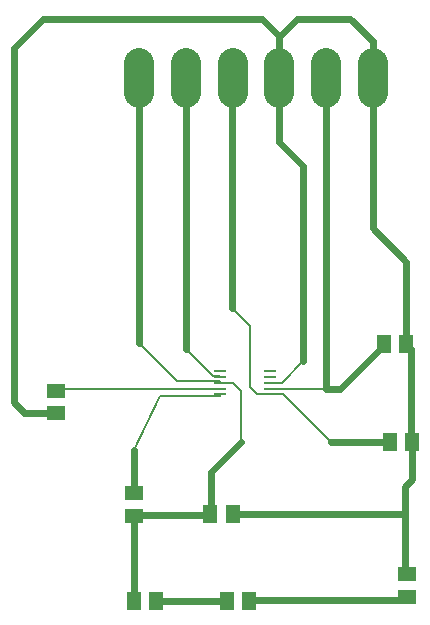
<source format=gbr>
G04 EAGLE Gerber RS-274X export*
G75*
%MOMM*%
%FSLAX34Y34*%
%LPD*%
%INBottom Copper*%
%IPPOS*%
%AMOC8*
5,1,8,0,0,1.08239X$1,22.5*%
G01*
%ADD10R,1.300000X1.500000*%
%ADD11R,1.500000X1.300000*%
%ADD12R,1.000000X0.250000*%
%ADD13C,2.514600*%
%ADD14C,0.152400*%
%ADD15C,0.609600*%


D10*
X421400Y326000D03*
X440400Y326000D03*
X454300Y251700D03*
X435300Y251700D03*
D11*
X587900Y255700D03*
X587900Y274700D03*
D10*
X375400Y251700D03*
X356400Y251700D03*
X592400Y386400D03*
X573400Y386400D03*
X587400Y469500D03*
X568400Y469500D03*
D11*
X357000Y343200D03*
X357000Y324200D03*
X290300Y411100D03*
X290300Y430100D03*
D12*
X429769Y426800D03*
X429769Y431800D03*
X429769Y436800D03*
X429769Y441800D03*
X429769Y446800D03*
X472031Y446800D03*
X472031Y441800D03*
X472031Y436800D03*
X472031Y431800D03*
X472031Y426800D03*
D13*
X440188Y682427D02*
X440188Y707573D01*
X400564Y707573D02*
X400564Y682427D01*
X360940Y682427D02*
X360940Y707573D01*
X479812Y707573D02*
X479812Y682427D01*
X519436Y682427D02*
X519436Y707573D01*
X559060Y707573D02*
X559060Y682427D01*
D14*
X440660Y436292D02*
X431088Y436292D01*
X440660Y436292D02*
X447184Y429768D01*
X447184Y386668D01*
D15*
X421516Y361000D01*
D14*
X431088Y436292D02*
X429769Y436800D01*
D15*
X421516Y361000D02*
X421516Y326000D01*
D14*
X421516Y324476D01*
X356516Y253088D02*
X356400Y251700D01*
X421400Y326000D02*
X421516Y326000D01*
D15*
X421516Y324476D02*
X357508Y324476D01*
D14*
X357000Y324200D01*
X421400Y326000D02*
X421516Y324476D01*
D15*
X360984Y470300D02*
X360984Y693848D01*
D14*
X360984Y470300D02*
X393468Y437816D01*
X429564Y437816D01*
X360984Y693848D02*
X360940Y695000D01*
X429564Y437816D02*
X429769Y436800D01*
D15*
X356400Y323600D02*
X356400Y251700D01*
D14*
X356400Y323600D02*
X357000Y324200D01*
X572624Y385624D02*
X573400Y386400D01*
X470712Y427148D02*
X461140Y427148D01*
X470712Y427148D02*
X472031Y426800D01*
X483200Y426800D01*
D15*
X523600Y386400D02*
X573400Y386400D01*
D14*
X523600Y386400D02*
X483200Y426800D01*
X461140Y427148D02*
X455000Y433288D01*
X455000Y485000D02*
X440000Y500000D01*
D15*
X440000Y694812D01*
D14*
X440188Y695000D01*
X455000Y485000D02*
X455000Y433288D01*
D15*
X519480Y431720D02*
X531484Y431720D01*
D14*
X519480Y431720D02*
X472236Y431720D01*
D15*
X531484Y431720D02*
X568248Y468484D01*
D14*
X472236Y431720D02*
X472031Y431800D01*
X568248Y468484D02*
X568400Y469500D01*
D15*
X519480Y431720D02*
X519480Y693848D01*
D14*
X519436Y695000D01*
X429564Y425624D02*
X378481Y425624D01*
X429564Y425624D02*
X429769Y426800D01*
D15*
X357000Y379617D02*
X357000Y343200D01*
D14*
X357000Y379617D02*
X378481Y425624D01*
X557580Y695372D02*
X559060Y695000D01*
D15*
X586536Y348625D02*
X586536Y326000D01*
X586536Y275948D01*
D14*
X587900Y274700D01*
D15*
X586536Y348625D02*
X592400Y355520D01*
X592400Y386400D01*
D14*
X591536Y465364D02*
X587400Y469500D01*
D15*
X591536Y465364D02*
X591536Y386908D01*
D14*
X592400Y386400D01*
D15*
X586536Y326000D02*
X440400Y326000D01*
D14*
X439804Y326000D01*
D15*
X559104Y567440D02*
X559104Y693848D01*
X559104Y567440D02*
X587400Y539144D01*
X587400Y469500D01*
D14*
X559104Y693848D02*
X559060Y695000D01*
X481800Y436800D02*
X472031Y436800D01*
X481800Y436800D02*
X500000Y455000D01*
D15*
X500000Y620000D01*
X479812Y640188D02*
X479812Y695000D01*
X479812Y640188D02*
X500000Y620000D01*
D14*
X479812Y695000D02*
X479812Y729812D01*
D15*
X495000Y745000D01*
X540000Y745000D01*
X559104Y725896D02*
X559104Y693848D01*
X559104Y725896D02*
X540000Y745000D01*
X290300Y411100D02*
X263900Y411100D01*
X255000Y420000D01*
X255000Y720000D01*
X280000Y745000D02*
X465000Y745000D01*
X479812Y730188D01*
X479812Y695000D01*
X280000Y745000D02*
X255000Y720000D01*
D14*
X292404Y431720D02*
X429564Y431720D01*
X292404Y431720D02*
X290880Y430196D01*
X429564Y431720D02*
X429769Y431800D01*
X290880Y430196D02*
X290300Y430100D01*
X423468Y442388D02*
X429564Y442388D01*
X423468Y442388D02*
X400608Y465248D01*
D15*
X400608Y693848D01*
D14*
X429564Y442388D02*
X429769Y441800D01*
X400608Y693848D02*
X400564Y695000D01*
D15*
X376328Y251564D02*
X434668Y251564D01*
D14*
X435300Y251700D01*
X376328Y251564D02*
X375400Y251700D01*
D15*
X454480Y253088D02*
X585012Y253088D01*
D14*
X586536Y254612D01*
X454480Y253088D02*
X454300Y251700D01*
X586536Y254612D02*
X587900Y255700D01*
M02*

</source>
